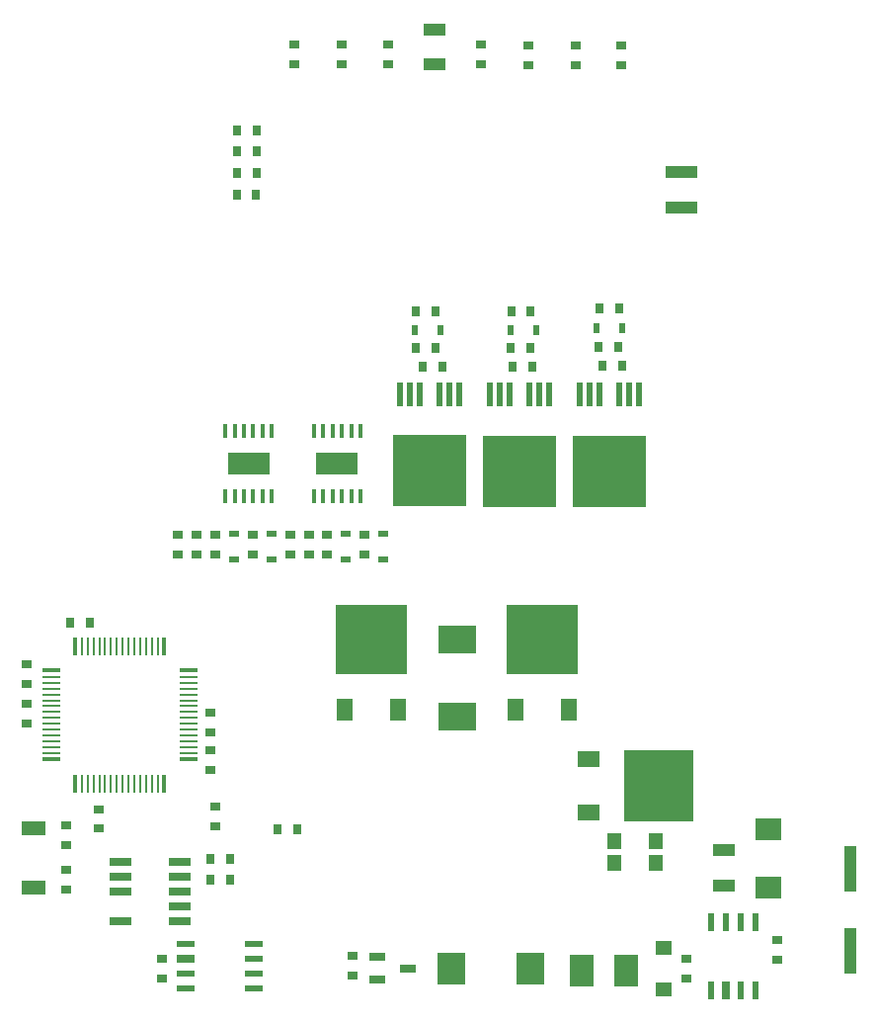
<source format=gtp>
G04 #@! TF.GenerationSoftware,KiCad,Pcbnew,(5.0.2-dirty)*
G04 #@! TF.CreationDate,2019-01-30T14:47:38+02:00*
G04 #@! TF.ProjectId,fsb,6673622e-6b69-4636-9164-5f7063625858,rev?*
G04 #@! TF.SameCoordinates,Original*
G04 #@! TF.FileFunction,Paste,Top*
G04 #@! TF.FilePolarity,Positive*
%FSLAX46Y46*%
G04 Gerber Fmt 4.6, Leading zero omitted, Abs format (unit mm)*
G04 Created by KiCad (PCBNEW (5.0.2-dirty)) date ke 30. tammikuuta 2019 14.47.38*
%MOMM*%
%LPD*%
G01*
G04 APERTURE LIST*
%ADD10R,0.939800X0.762000*%
%ADD11R,2.179320X1.900000*%
%ADD12R,1.297940X1.399540*%
%ADD13R,2.400000X2.700000*%
%ADD14R,0.762000X0.939800*%
%ADD15R,1.399540X1.297940*%
%ADD16R,1.899920X0.998220*%
%ADD17R,1.905000X0.635000*%
%ADD18R,2.000000X2.800000*%
%ADD19R,1.350000X0.700000*%
%ADD20R,2.000000X1.300000*%
%ADD21R,0.398780X1.498600*%
%ADD22R,0.279400X1.498600*%
%ADD23R,1.498600X0.398780*%
%ADD24R,1.498600X0.279400*%
%ADD25R,1.524000X0.600000*%
%ADD26R,1.524000X0.635000*%
%ADD27R,0.400000X1.200000*%
%ADD28R,3.600000X1.900000*%
%ADD29R,0.600000X1.524000*%
%ADD30R,0.635000X1.524000*%
%ADD31R,1.900000X1.400000*%
%ADD32R,5.970000X6.100000*%
%ADD33R,0.998220X3.997960*%
%ADD34R,3.300000X2.400000*%
%ADD35R,2.800000X1.000000*%
%ADD36R,6.100000X5.970000*%
%ADD37R,1.400000X1.900000*%
%ADD38R,0.630000X0.830000*%
%ADD39R,6.300000X6.100000*%
%ADD40R,0.600000X2.000000*%
%ADD41R,0.830000X0.630000*%
G04 APERTURE END LIST*
D10*
G04 #@! TO.C,C304*
X131000000Y-114638200D03*
X131000000Y-112961800D03*
G04 #@! TD*
D11*
G04 #@! TO.C,D203*
X194600000Y-128700000D03*
X194600000Y-123700000D03*
G04 #@! TD*
D12*
G04 #@! TO.C,D201*
X181434700Y-126600000D03*
X184965300Y-126600000D03*
G04 #@! TD*
D10*
G04 #@! TO.C,C201*
X195400000Y-133161800D03*
X195400000Y-134838200D03*
G04 #@! TD*
D13*
G04 #@! TO.C,C204*
X174200000Y-135600000D03*
X167400000Y-135600000D03*
G04 #@! TD*
D10*
G04 #@! TO.C,C205*
X159000000Y-136238200D03*
X159000000Y-134561800D03*
G04 #@! TD*
G04 #@! TO.C,C301*
X137200000Y-123638200D03*
X137200000Y-121961800D03*
G04 #@! TD*
G04 #@! TO.C,C302*
X131000000Y-109561800D03*
X131000000Y-111238200D03*
G04 #@! TD*
D14*
G04 #@! TO.C,C303*
X136438200Y-106000000D03*
X134761800Y-106000000D03*
G04 #@! TD*
D10*
G04 #@! TO.C,C305*
X146800000Y-116961800D03*
X146800000Y-118638200D03*
G04 #@! TD*
G04 #@! TO.C,C306*
X146800000Y-115400000D03*
X146800000Y-113723600D03*
G04 #@! TD*
G04 #@! TO.C,C307*
X134400000Y-125038200D03*
X134400000Y-123361800D03*
G04 #@! TD*
G04 #@! TO.C,C308*
X134400000Y-127161800D03*
X134400000Y-128838200D03*
G04 #@! TD*
G04 #@! TO.C,C309*
X142600000Y-136438200D03*
X142600000Y-134761800D03*
G04 #@! TD*
D12*
G04 #@! TO.C,D202*
X181434700Y-124700000D03*
X184965300Y-124700000D03*
G04 #@! TD*
D15*
G04 #@! TO.C,D204*
X185600000Y-137400000D03*
X185600000Y-133869400D03*
G04 #@! TD*
D16*
G04 #@! TO.C,F201*
X190800000Y-128498600D03*
X190800000Y-125501400D03*
G04 #@! TD*
D17*
G04 #@! TO.C,J301*
X139060000Y-126460000D03*
X144140000Y-126460000D03*
X139060000Y-127730000D03*
X144140000Y-127730000D03*
X139060000Y-129000000D03*
X144140000Y-129000000D03*
X144140000Y-130270000D03*
X139060000Y-131540000D03*
X144140000Y-131540000D03*
G04 #@! TD*
D18*
G04 #@! TO.C,L201*
X182400000Y-135800000D03*
X178600000Y-135800000D03*
G04 #@! TD*
D14*
G04 #@! TO.C,R302*
X146761800Y-126200000D03*
X148438200Y-126200000D03*
G04 #@! TD*
G04 #@! TO.C,R303*
X146761800Y-128000000D03*
X148438200Y-128000000D03*
G04 #@! TD*
D19*
G04 #@! TO.C,VR202*
X161100000Y-134600000D03*
X161100000Y-136600000D03*
X163700000Y-135600000D03*
G04 #@! TD*
D20*
G04 #@! TO.C,X301*
X131614163Y-123577918D03*
X131614163Y-128657918D03*
G04 #@! TD*
D10*
G04 #@! TO.C,R306*
X147200000Y-121761800D03*
X147200000Y-123438200D03*
G04 #@! TD*
D16*
G04 #@! TO.C,F101*
X166000000Y-55201400D03*
X166000000Y-58198600D03*
G04 #@! TD*
D10*
G04 #@! TO.C,R101*
X170000000Y-58138200D03*
X170000000Y-56461800D03*
G04 #@! TD*
G04 #@! TO.C,R102*
X154000000Y-56461800D03*
X154000000Y-58138200D03*
G04 #@! TD*
G04 #@! TO.C,R103*
X158000000Y-58138200D03*
X158000000Y-56461800D03*
G04 #@! TD*
G04 #@! TO.C,R104*
X162000000Y-56461800D03*
X162000000Y-58138200D03*
G04 #@! TD*
G04 #@! TO.C,R903*
X155200000Y-100138200D03*
X155200000Y-98461800D03*
G04 #@! TD*
G04 #@! TO.C,R904*
X153600000Y-98461800D03*
X153600000Y-100138200D03*
G04 #@! TD*
D21*
G04 #@! TO.C,U401*
X142810000Y-108002120D03*
D22*
X142248660Y-108002120D03*
X141748280Y-108002120D03*
X141247900Y-108002120D03*
X140747520Y-108002120D03*
X140249680Y-108002120D03*
X139749300Y-108002120D03*
X139248920Y-108002120D03*
X138751080Y-108002120D03*
X138250700Y-108002120D03*
X137750320Y-108002120D03*
X137252480Y-108002120D03*
X136752100Y-108002120D03*
X136251720Y-108002120D03*
X135751340Y-108002120D03*
D21*
X135190000Y-108002120D03*
D23*
X133102120Y-110090000D03*
D24*
X133102120Y-110651340D03*
X133102120Y-111151720D03*
X133102120Y-111652100D03*
X133102120Y-112152480D03*
X133102120Y-112650320D03*
X133102120Y-113150700D03*
X133102120Y-113651080D03*
X133102120Y-114148920D03*
X133102120Y-114649300D03*
X133102120Y-115149680D03*
X133102120Y-115647520D03*
X133102120Y-116147900D03*
X133102120Y-116648280D03*
X133102120Y-117148660D03*
D23*
X133102120Y-117710000D03*
D21*
X135190000Y-119797880D03*
D22*
X135751340Y-119797880D03*
X136251720Y-119797880D03*
X136752100Y-119797880D03*
X137252480Y-119797880D03*
X137750320Y-119797880D03*
X138250700Y-119797880D03*
X138751080Y-119797880D03*
X139248920Y-119797880D03*
X139749300Y-119797880D03*
X140249680Y-119797880D03*
X140747520Y-119797880D03*
X141247900Y-119797880D03*
X141748280Y-119797880D03*
X142248660Y-119797880D03*
D21*
X142810000Y-119797880D03*
D23*
X144897880Y-117710000D03*
D24*
X144897880Y-117148660D03*
X144897880Y-116648280D03*
X144897880Y-116147900D03*
X144897880Y-115647520D03*
X144897880Y-115149680D03*
X144897880Y-114649300D03*
X144897880Y-114148920D03*
X144897880Y-113651080D03*
X144897880Y-113150700D03*
X144897880Y-112650320D03*
X144897880Y-112152480D03*
X144897880Y-111652100D03*
X144897880Y-111151720D03*
X144897880Y-110651340D03*
D23*
X144897880Y-110090000D03*
G04 #@! TD*
D25*
G04 #@! TO.C,U402*
X150521000Y-133495000D03*
X150521000Y-134765000D03*
X150521000Y-136035000D03*
X150521000Y-137305000D03*
X144679000Y-137305000D03*
X144679000Y-136035000D03*
D26*
X144679000Y-134800000D03*
D25*
X144679000Y-133495000D03*
G04 #@! TD*
D27*
G04 #@! TO.C,U901*
X155650000Y-95200000D03*
X156450000Y-95200000D03*
X157250000Y-95200000D03*
X158050000Y-95200000D03*
X158850000Y-95200000D03*
X159650000Y-95200000D03*
X159650000Y-89600000D03*
X158850000Y-89600000D03*
X158050000Y-89600000D03*
X157250000Y-89600000D03*
X156450000Y-89600000D03*
X155650000Y-89600000D03*
D28*
X157650000Y-92400000D03*
G04 #@! TD*
D29*
G04 #@! TO.C,VR201*
X189695000Y-131679000D03*
X190965000Y-131679000D03*
X192235000Y-131679000D03*
X193505000Y-131679000D03*
X193505000Y-137521000D03*
X192235000Y-137521000D03*
D30*
X191000000Y-137521000D03*
D29*
X189695000Y-137521000D03*
G04 #@! TD*
D31*
G04 #@! TO.C,D207*
X179165000Y-117710000D03*
X179165000Y-122290000D03*
D32*
X185250000Y-120000000D03*
G04 #@! TD*
D10*
G04 #@! TO.C,R105*
X174000000Y-58238200D03*
X174000000Y-56561800D03*
G04 #@! TD*
G04 #@! TO.C,R106*
X178100000Y-56561800D03*
X178100000Y-58238200D03*
G04 #@! TD*
D33*
G04 #@! TO.C,C202*
X201600000Y-134148380D03*
X201600000Y-127051620D03*
G04 #@! TD*
D34*
G04 #@! TO.C,D208*
X167950000Y-114000000D03*
X167950000Y-107400000D03*
G04 #@! TD*
D10*
G04 #@! TO.C,R801*
X145600000Y-100138200D03*
X145600000Y-98461800D03*
G04 #@! TD*
G04 #@! TO.C,R802*
X144000000Y-98461800D03*
X144000000Y-100138200D03*
G04 #@! TD*
D27*
G04 #@! TO.C,U801*
X148050000Y-95200000D03*
X148850000Y-95200000D03*
X149650000Y-95200000D03*
X150450000Y-95200000D03*
X151250000Y-95200000D03*
X152050000Y-95200000D03*
X152050000Y-89600000D03*
X151250000Y-89600000D03*
X150450000Y-89600000D03*
X149650000Y-89600000D03*
X148850000Y-89600000D03*
X148050000Y-89600000D03*
D28*
X150050000Y-92400000D03*
G04 #@! TD*
D10*
G04 #@! TO.C,R107*
X182000000Y-56550000D03*
X182000000Y-58226400D03*
G04 #@! TD*
D35*
G04 #@! TO.C,F102*
X187200000Y-70400000D03*
X187200000Y-67400000D03*
G04 #@! TD*
D14*
G04 #@! TO.C,R108*
X150738200Y-63800000D03*
X149061800Y-63800000D03*
G04 #@! TD*
G04 #@! TO.C,R109*
X150738200Y-65600000D03*
X149061800Y-65600000D03*
G04 #@! TD*
D36*
G04 #@! TO.C,D205*
X160600000Y-107400000D03*
D37*
X162890000Y-113485000D03*
X158310000Y-113485000D03*
G04 #@! TD*
G04 #@! TO.C,D206*
X172910000Y-113485000D03*
X177490000Y-113485000D03*
D36*
X175200000Y-107400000D03*
G04 #@! TD*
D14*
G04 #@! TO.C,R110*
X149023600Y-69300000D03*
X150700000Y-69300000D03*
G04 #@! TD*
G04 #@! TO.C,R111*
X150720601Y-67479066D03*
X149044201Y-67479066D03*
G04 #@! TD*
D10*
G04 #@! TO.C,C1*
X187600000Y-136438200D03*
X187600000Y-134761800D03*
G04 #@! TD*
D38*
G04 #@! TO.C,D1*
X164285000Y-80900000D03*
X166515000Y-80900000D03*
G04 #@! TD*
D10*
G04 #@! TO.C,R1*
X156800000Y-100138200D03*
X156800000Y-98461800D03*
G04 #@! TD*
G04 #@! TO.C,R2*
X160000000Y-98461800D03*
X160000000Y-100138200D03*
G04 #@! TD*
D14*
G04 #@! TO.C,R3*
X166638200Y-84100000D03*
X164961800Y-84100000D03*
G04 #@! TD*
G04 #@! TO.C,R4*
X164361800Y-82500000D03*
X166038200Y-82500000D03*
G04 #@! TD*
G04 #@! TO.C,R5*
X166038200Y-79300000D03*
X164361800Y-79300000D03*
G04 #@! TD*
D10*
G04 #@! TO.C,R6*
X147200000Y-100138200D03*
X147200000Y-98461800D03*
G04 #@! TD*
G04 #@! TO.C,R7*
X150400000Y-98461800D03*
X150400000Y-100138200D03*
G04 #@! TD*
D14*
G04 #@! TO.C,R9*
X174200000Y-82500000D03*
X172523600Y-82500000D03*
G04 #@! TD*
G04 #@! TO.C,R10*
X174238200Y-79300000D03*
X172561800Y-79300000D03*
G04 #@! TD*
D39*
G04 #@! TO.C,U1*
X165600000Y-92970000D03*
D40*
X163050000Y-86400000D03*
X163900000Y-86400000D03*
X164750000Y-86400000D03*
X166450000Y-86400000D03*
X167300000Y-86400000D03*
X168150000Y-86400000D03*
G04 #@! TD*
D41*
G04 #@! TO.C,D2*
X158400000Y-98385000D03*
X158400000Y-100615000D03*
G04 #@! TD*
G04 #@! TO.C,D3*
X161600000Y-100615000D03*
X161600000Y-98385000D03*
G04 #@! TD*
G04 #@! TO.C,D4*
X148800000Y-98385000D03*
X148800000Y-100615000D03*
G04 #@! TD*
G04 #@! TO.C,D5*
X152000000Y-100615000D03*
X152000000Y-98385000D03*
G04 #@! TD*
D38*
G04 #@! TO.C,D6*
X172485000Y-80900000D03*
X174715000Y-80900000D03*
G04 #@! TD*
G04 #@! TO.C,D7*
X179885000Y-80800000D03*
X182115000Y-80800000D03*
G04 #@! TD*
D14*
G04 #@! TO.C,R8*
X172661800Y-84100000D03*
X174338200Y-84100000D03*
G04 #@! TD*
G04 #@! TO.C,R11*
X182100000Y-84000000D03*
X180423600Y-84000000D03*
G04 #@! TD*
G04 #@! TO.C,R12*
X181738200Y-82400000D03*
X180061800Y-82400000D03*
G04 #@! TD*
G04 #@! TO.C,R13*
X180161800Y-79100000D03*
X181838200Y-79100000D03*
G04 #@! TD*
D40*
G04 #@! TO.C,U2*
X175823095Y-86442500D03*
X174973095Y-86442500D03*
X174123095Y-86442500D03*
X172423095Y-86442500D03*
X171573095Y-86442500D03*
X170723095Y-86442500D03*
D39*
X173273095Y-93012500D03*
G04 #@! TD*
G04 #@! TO.C,U3*
X180983095Y-93012500D03*
D40*
X178433095Y-86442500D03*
X179283095Y-86442500D03*
X180133095Y-86442500D03*
X181833095Y-86442500D03*
X182683095Y-86442500D03*
X183533095Y-86442500D03*
G04 #@! TD*
D14*
G04 #@! TO.C,R14*
X152511800Y-123700000D03*
X154188200Y-123700000D03*
G04 #@! TD*
M02*

</source>
